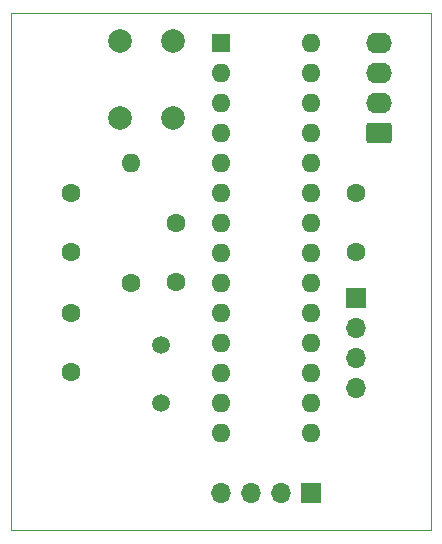
<source format=gbr>
%TF.GenerationSoftware,KiCad,Pcbnew,6.0.0*%
%TF.CreationDate,2022-01-08T01:51:50+01:00*%
%TF.ProjectId,sonars,736f6e61-7273-42e6-9b69-6361645f7063,0.1.0*%
%TF.SameCoordinates,Original*%
%TF.FileFunction,Copper,L1,Top*%
%TF.FilePolarity,Positive*%
%FSLAX46Y46*%
G04 Gerber Fmt 4.6, Leading zero omitted, Abs format (unit mm)*
G04 Created by KiCad (PCBNEW 6.0.0) date 2022-01-08 01:51:50*
%MOMM*%
%LPD*%
G01*
G04 APERTURE LIST*
G04 Aperture macros list*
%AMRoundRect*
0 Rectangle with rounded corners*
0 $1 Rounding radius*
0 $2 $3 $4 $5 $6 $7 $8 $9 X,Y pos of 4 corners*
0 Add a 4 corners polygon primitive as box body*
4,1,4,$2,$3,$4,$5,$6,$7,$8,$9,$2,$3,0*
0 Add four circle primitives for the rounded corners*
1,1,$1+$1,$2,$3*
1,1,$1+$1,$4,$5*
1,1,$1+$1,$6,$7*
1,1,$1+$1,$8,$9*
0 Add four rect primitives between the rounded corners*
20,1,$1+$1,$2,$3,$4,$5,0*
20,1,$1+$1,$4,$5,$6,$7,0*
20,1,$1+$1,$6,$7,$8,$9,0*
20,1,$1+$1,$8,$9,$2,$3,0*%
G04 Aperture macros list end*
%TA.AperFunction,Profile*%
%ADD10C,0.100000*%
%TD*%
%TA.AperFunction,ComponentPad*%
%ADD11R,1.600000X1.600000*%
%TD*%
%TA.AperFunction,ComponentPad*%
%ADD12O,1.600000X1.600000*%
%TD*%
%TA.AperFunction,ComponentPad*%
%ADD13C,2.000000*%
%TD*%
%TA.AperFunction,ComponentPad*%
%ADD14C,1.600000*%
%TD*%
%TA.AperFunction,ComponentPad*%
%ADD15R,1.700000X1.700000*%
%TD*%
%TA.AperFunction,ComponentPad*%
%ADD16O,1.700000X1.700000*%
%TD*%
%TA.AperFunction,ComponentPad*%
%ADD17C,1.500000*%
%TD*%
%TA.AperFunction,ComponentPad*%
%ADD18RoundRect,0.250000X0.845000X-0.620000X0.845000X0.620000X-0.845000X0.620000X-0.845000X-0.620000X0*%
%TD*%
%TA.AperFunction,ComponentPad*%
%ADD19O,2.190000X1.740000*%
%TD*%
G04 APERTURE END LIST*
D10*
X57140000Y-69850000D02*
X92710000Y-69850000D01*
X92710000Y-69850000D02*
X92710000Y-113665000D01*
X92710000Y-113665000D02*
X57140000Y-113665000D01*
X57140000Y-113665000D02*
X57140000Y-69850000D01*
D11*
%TO.P,U1,1,PC6/~{RESET}*%
%TO.N,Net-(R1-Pad2)*%
X74930000Y-72400000D03*
D12*
%TO.P,U1,15,PB1*%
%TO.N,unconnected-(U1-Pad15)*%
X82550000Y-105420000D03*
%TO.P,U1,2,PD0*%
%TO.N,unconnected-(U1-Pad2)*%
X74930000Y-74940000D03*
%TO.P,U1,16,PB2*%
%TO.N,unconnected-(U1-Pad16)*%
X82550000Y-102880000D03*
%TO.P,U1,3,PD1*%
%TO.N,unconnected-(U1-Pad3)*%
X74930000Y-77480000D03*
%TO.P,U1,17,PB3*%
%TO.N,unconnected-(U1-Pad17)*%
X82550000Y-100340000D03*
%TO.P,U1,4,PD2*%
%TO.N,unconnected-(U1-Pad4)*%
X74930000Y-80020000D03*
%TO.P,U1,18,PB4*%
%TO.N,Net-(U1-Pad18)*%
X82550000Y-97800000D03*
%TO.P,U1,5,PD3*%
%TO.N,unconnected-(U1-Pad5)*%
X74930000Y-82560000D03*
%TO.P,U1,19,PB5*%
%TO.N,Net-(U1-Pad19)*%
X82550000Y-95260000D03*
%TO.P,U1,6,PD4*%
%TO.N,unconnected-(U1-Pad6)*%
X74930000Y-85100000D03*
%TO.P,U1,20,AVCC*%
%TO.N,+5V*%
X82550000Y-92720000D03*
%TO.P,U1,7,VCC*%
X74930000Y-87640000D03*
%TO.P,U1,21,AREF*%
X82550000Y-90180000D03*
%TO.P,U1,8,GND*%
%TO.N,GND*%
X74930000Y-90180000D03*
%TO.P,U1,22,AGND*%
X82550000Y-87640000D03*
%TO.P,U1,9,PB6/XTAL1*%
%TO.N,Net-(C3-Pad1)*%
X74930000Y-92720000D03*
%TO.P,U1,23,PC0*%
%TO.N,unconnected-(U1-Pad23)*%
X82550000Y-85100000D03*
%TO.P,U1,10,PB7/XTAL2*%
%TO.N,Net-(C4-Pad1)*%
X74930000Y-95260000D03*
%TO.P,U1,24,PC1*%
%TO.N,unconnected-(U1-Pad24)*%
X82550000Y-82560000D03*
%TO.P,U1,11,PD5*%
%TO.N,unconnected-(U1-Pad11)*%
X74930000Y-97800000D03*
%TO.P,U1,25,PC2*%
%TO.N,unconnected-(U1-Pad25)*%
X82550000Y-80020000D03*
%TO.P,U1,12,PD6*%
%TO.N,unconnected-(U1-Pad12)*%
X74930000Y-100340000D03*
%TO.P,U1,26,PC3*%
%TO.N,unconnected-(U1-Pad26)*%
X82550000Y-77480000D03*
%TO.P,U1,13,PD7*%
%TO.N,Net-(U1-Pad13)*%
X74930000Y-102880000D03*
%TO.P,U1,27,PC4*%
%TO.N,Net-(U1-Pad27)*%
X82550000Y-74940000D03*
%TO.P,U1,14,PB0*%
%TO.N,Net-(U1-Pad14)*%
X74930000Y-105420000D03*
%TO.P,U1,28,PC5*%
%TO.N,Net-(U1-Pad28)*%
X82550000Y-72400000D03*
%TD*%
D13*
%TO.P,SW1,1,1*%
%TO.N,GND*%
X66320000Y-78740000D03*
X66320000Y-72240000D03*
%TO.P,SW1,2,2*%
%TO.N,Net-(R1-Pad2)*%
X70820000Y-72240000D03*
X70820000Y-78740000D03*
%TD*%
D14*
%TO.P,R1,1*%
%TO.N,+5V*%
X67310000Y-92710000D03*
D12*
%TO.P,R1,2*%
%TO.N,Net-(R1-Pad2)*%
X67310000Y-82550000D03*
%TD*%
D14*
%TO.P,C4,1*%
%TO.N,Net-(C4-Pad1)*%
X62230000Y-100290000D03*
%TO.P,C4,2*%
%TO.N,GND*%
X62230000Y-95290000D03*
%TD*%
D15*
%TO.P,J2,1,Pin_1*%
%TO.N,+5V*%
X82550000Y-110490000D03*
D16*
%TO.P,J2,2,Pin_2*%
%TO.N,Net-(U1-Pad14)*%
X80010000Y-110490000D03*
%TO.P,J2,3,Pin_3*%
%TO.N,Net-(U1-Pad13)*%
X77470000Y-110490000D03*
%TO.P,J2,4,Pin_4*%
%TO.N,GND*%
X74930000Y-110490000D03*
%TD*%
D14*
%TO.P,C3,1*%
%TO.N,Net-(C3-Pad1)*%
X62230000Y-90130000D03*
%TO.P,C3,2*%
%TO.N,GND*%
X62230000Y-85130000D03*
%TD*%
%TO.P,C2,1*%
%TO.N,+5V*%
X71120000Y-87670000D03*
%TO.P,C2,2*%
%TO.N,GND*%
X71120000Y-92670000D03*
%TD*%
D15*
%TO.P,J3,1,Pin_1*%
%TO.N,+5V*%
X86360000Y-93980000D03*
D16*
%TO.P,J3,2,Pin_2*%
%TO.N,Net-(U1-Pad19)*%
X86360000Y-96520000D03*
%TO.P,J3,3,Pin_3*%
%TO.N,Net-(U1-Pad18)*%
X86360000Y-99060000D03*
%TO.P,J3,4,Pin_4*%
%TO.N,GND*%
X86360000Y-101600000D03*
%TD*%
D17*
%TO.P,Y1,1,1*%
%TO.N,Net-(C4-Pad1)*%
X69850000Y-102870000D03*
%TO.P,Y1,2,2*%
%TO.N,Net-(C3-Pad1)*%
X69850000Y-97990000D03*
%TD*%
D14*
%TO.P,C1,1*%
%TO.N,+5V*%
X86350000Y-90130000D03*
%TO.P,C1,2*%
%TO.N,GND*%
X86350000Y-85130000D03*
%TD*%
D18*
%TO.P,J1,1,Pin_1*%
%TO.N,+5V*%
X88265000Y-80010000D03*
D19*
%TO.P,J1,2,Pin_2*%
%TO.N,Net-(U1-Pad27)*%
X88265000Y-77470000D03*
%TO.P,J1,3,Pin_3*%
%TO.N,Net-(U1-Pad28)*%
X88265000Y-74930000D03*
%TO.P,J1,4,Pin_4*%
%TO.N,GND*%
X88265000Y-72390000D03*
%TD*%
M02*

</source>
